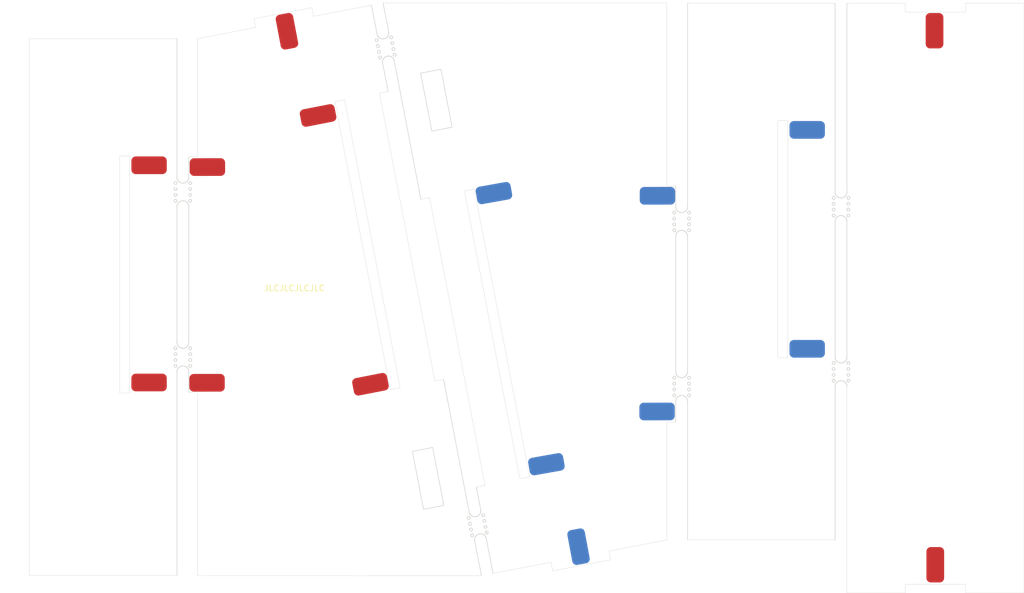
<source format=kicad_pcb>
(kicad_pcb (version 20221018) (generator pcbnew)
  (layers (0 "F.Cu" signal) (31 "B.Cu" signal) (34 "B.Paste" user) (35 "F.Paste" user) (36 "B.SilkS" user "B.Silkscreen") (37 "F.SilkS" user "F.Silkscreen") (38 "B.Mask" user) (39 "F.Mask" user) (44 "Edge.Cuts" user))
  (net 0 "")
  (footprint "custom_kicad_lib_sk:mousebite" (layer "F.Cu") (at 98.604945 107.360107 90)
    (fp_text reference "REF**" hide)
    (fp_text value "mousebite")
    (fp_arc (start -2 -1) (mid -1 0) (end -2 1) (stroke (width 0.12)) (layer "Edge.Cuts"))
    (fp_arc (start 3 1) (mid 2 0) (end 3 -1) (stroke (width 0.12)) (layer "Edge.Cuts"))
    (fp_circle (center -1 -1.25) (end -0.75 -1.25) (stroke (width 0.12)) (fill none) (layer "Edge.Cuts"))
    (fp_circle (center -1 1.25) (end -0.75 1.25) (stroke (width 0.12)) (fill none) (layer "Edge.Cuts"))
    (fp_circle (center 0 -1.25) (end 0.25 -1.25) (stroke (width 0.12)) (fill none) (layer "Edge.Cuts"))
    (fp_circle (center 0 1.25) (end 0.25 1.25) (stroke (width 0.12)) (fill none) (layer "Edge.Cuts"))
    (fp_circle (center 1 -1.25) (end 1.25 -1.25) (stroke (width 0.12)) (fill none) (layer "Edge.Cuts"))
    (fp_circle (center 1 1.25) (end 1.25 1.25) (stroke (width 0.12)) (fill none) (layer "Edge.Cuts"))
    (fp_circle (center 2 -1.25) (end 2.25 -1.25) (stroke (width 0.12)) (fill none) (layer "Edge.Cuts"))
    (fp_circle (center 2 1.25) (end 2.25 1.25) (stroke (width 0.12)) (fill none) (layer "Edge.Cuts"))
  )
  (footprint "" (layer "F.Cu") (at 225.946945 51.519107 90)
    (fp_text reference "" (at 0 0 90) (layer "F.SilkS") (effects (font (size 1.27 1.27))))
    (fp_text value "" (at 0 0 90) (layer "F.SilkS") (effects (font (size 1.27 1.27))))
    (pad "1" smd roundrect (at 0 0 270) (size 6 3) (layers "F.Cu" "F.Paste" "F.Mask"))
  )
  (footprint "custom_kicad_lib_sk:mousebite" (layer "F.Cu") (at 210.104945 109.860107 90)
    (fp_text reference "REF**" hide)
    (fp_text value "mousebite")
    (fp_arc (start -2 -1) (mid -1 0) (end -2 1) (stroke (width 0.12)) (layer "Edge.Cuts"))
    (fp_arc (start 3 1) (mid 2 0) (end 3 -1) (stroke (width 0.12)) (layer "Edge.Cuts"))
    (fp_circle (center -1 -1.25) (end -0.75 -1.25) (stroke (width 0.12)) (fill none) (layer "Edge.Cuts"))
    (fp_circle (center -1 1.25) (end -0.75 1.25) (stroke (width 0.12)) (fill none) (layer "Edge.Cuts"))
    (fp_circle (center 0 -1.25) (end 0.25 -1.25) (stroke (width 0.12)) (fill none) (layer "Edge.Cuts"))
    (fp_circle (center 0 1.25) (end 0.25 1.25) (stroke (width 0.12)) (fill none) (layer "Edge.Cuts"))
    (fp_circle (center 1 -1.25) (end 1.25 -1.25) (stroke (width 0.12)) (fill none) (layer "Edge.Cuts"))
    (fp_circle (center 1 1.25) (end 1.25 1.25) (stroke (width 0.12)) (fill none) (layer "Edge.Cuts"))
    (fp_circle (center 2 -1.25) (end 2.25 -1.25) (stroke (width 0.12)) (fill none) (layer "Edge.Cuts"))
    (fp_circle (center 2 1.25) (end 2.25 1.25) (stroke (width 0.12)) (fill none) (layer "Edge.Cuts"))
  )
  (footprint "MountingHole:MountingHole_3.2mm_M3" (layer "F.Cu") (at 188.604945 51.360107 180)
    (fp_text reference "REF**" hide)
    (fp_text value "MountingHole_3.2mm_M3")
    (pad "" np_thru_hole circle (at 0 0 180) (size 3.2 3.2) (drill 3.2) (layers "F&B.Cu" "*.Mask"))
  )
  (footprint "" (layer "F.Cu") (at 160.193184 125.021972 10.1)
    (fp_text reference "" (at -2.032 0.635 10.1) (layer "F.SilkS") (effects (font (size 1.27 1.27))))
    (fp_text value "" (at -2.032 0.635 10.1) (layer "F.SilkS") (effects (font (size 1.27 1.27))))
    (pad "1" smd roundrect (at 0 0 190.1) (size 6 3) (layers "B.Cu" "B.Paste" "B.Mask"))
  )
  (footprint "custom_kicad_lib_sk:mousebite" (layer "F.Cu") (at 210.104945 81.860107 90)
    (fp_text reference "REF**" hide)
    (fp_text value "mousebite")
    (fp_arc (start -2 -1) (mid -1 0) (end -2 1) (stroke (width 0.12)) (layer "Edge.Cuts"))
    (fp_arc (start 3 1) (mid 2 0) (end 3 -1) (stroke (width 0.12)) (layer "Edge.Cuts"))
    (fp_circle (center -1 -1.25) (end -0.75 -1.25) (stroke (width 0.12)) (fill none) (layer "Edge.Cuts"))
    (fp_circle (center -1 1.25) (end -0.75 1.25) (stroke (width 0.12)) (fill none) (layer "Edge.Cuts"))
    (fp_circle (center 0 -1.25) (end 0.25 -1.25) (stroke (width 0.12)) (fill none) (layer "Edge.Cuts"))
    (fp_circle (center 0 1.25) (end 0.25 1.25) (stroke (width 0.12)) (fill none) (layer "Edge.Cuts"))
    (fp_circle (center 1 -1.25) (end 1.25 -1.25) (stroke (width 0.12)) (fill none) (layer "Edge.Cuts"))
    (fp_circle (center 1 1.25) (end 1.25 1.25) (stroke (width 0.12)) (fill none) (layer "Edge.Cuts"))
    (fp_circle (center 2 -1.25) (end 2.25 -1.25) (stroke (width 0.12)) (fill none) (layer "Edge.Cuts"))
    (fp_circle (center 2 1.25) (end 2.25 1.25) (stroke (width 0.12)) (fill none) (layer "Edge.Cuts"))
  )
  (footprint "MountingHole:MountingHole_3.2mm_M3" (layer "F.Cu") (at 77.104945 139.360107 180)
    (fp_text reference "REF**" hide)
    (fp_text value "MountingHole_3.2mm_M3")
    (pad "" np_thru_hole circle (at 0 0 180) (size 3.2 3.2) (drill 3.2) (layers "F&B.Cu" "*.Mask"))
  )
  (footprint "custom_kicad_lib_sk:01_solderpad_2.54" (layer "F.Cu") (at 92.876945 74.336107 180)
    (fp_text reference "REF**" hide)
    (fp_text value "01_solderpad_2.54")
    (pad "1" smd roundrect (at 0 0 180) (size 6 3) (layers "F.Cu" "F.Paste" "F.Mask"))
  )
  (footprint "custom_kicad_lib_sk:mousebite" (layer "F.Cu") (at 148.651462 135.866396 100.9)
    (fp_text reference "REF**" hide)
    (fp_text value "mousebite")
    (fp_arc (start -2 -1) (mid -1 0) (end -2 1) (stroke (width 0.12)) (layer "Edge.Cuts"))
    (fp_arc (start 3 1) (mid 2 -0.000001) (end 3 -1) (stroke (width 0.12)) (layer "Edge.Cuts"))
    (fp_circle (center -1 -1.25) (end -0.75 -1.25) (stroke (width 0.12)) (fill none) (layer "Edge.Cuts"))
    (fp_circle (center -1 1.25) (end -0.75 1.25) (stroke (width 0.12)) (fill none) (layer "Edge.Cuts"))
    (fp_circle (center 0 -1.25) (end 0.25 -1.25) (stroke (width 0.12)) (fill none) (layer "Edge.Cuts"))
    (fp_circle (center 0 1.25) (end 0.25 1.25) (stroke (width 0.12)) (fill none) (layer "Edge.Cuts"))
    (fp_circle (center 1 -1.25) (end 1.25 -1.25) (stroke (width 0.12)) (fill none) (layer "Edge.Cuts"))
    (fp_circle (center 1 1.25) (end 1.25 1.25) (stroke (width 0.12)) (fill none) (layer "Edge.Cuts"))
    (fp_circle (center 2 -1.25) (end 2.25 -1.25) (stroke (width 0.12)) (fill none) (layer "Edge.Cuts"))
    (fp_circle (center 2 1.25) (end 2.25 1.25) (stroke (width 0.12)) (fill none) (layer "Edge.Cuts"))
  )
  (footprint "custom_kicad_lib_sk:01_solderpad_2.54" (layer "F.Cu") (at 92.876945 111.166107 180)
    (fp_text reference "REF**" hide)
    (fp_text value "01_solderpad_2.54")
    (pad "1" smd roundrect (at 0 0 180) (size 6 3) (layers "F.Cu" "F.Paste" "F.Mask"))
  )
  (footprint "MountingHole:MountingHole_3.2mm_M3" (layer "F.Cu") (at 77.104945 57.360107 180)
    (fp_text reference "REF**" hide)
    (fp_text value "MountingHole_3.2mm_M3")
    (pad "" np_thru_hole circle (at 0 0 180) (size 3.2 3.2) (drill 3.2) (layers "F&B.Cu" "*.Mask"))
  )
  (footprint "custom_kicad_lib_sk:mousebite" (layer "F.Cu") (at 133.051088 54.854802 100.9)
    (fp_text reference "REF**" hide)
    (fp_text value "mousebite")
    (fp_arc (start -2 -1) (mid -1 0) (end -2 1) (stroke (width 0.12)) (layer "Edge.Cuts"))
    (fp_arc (start 3 1) (mid 2 -0.000001) (end 3 -1) (stroke (width 0.12)) (layer "Edge.Cuts"))
    (fp_circle (center -1 -1.25) (end -0.75 -1.25) (stroke (width 0.12)) (fill none) (layer "Edge.Cuts"))
    (fp_circle (center -1 1.25) (end -0.75 1.25) (stroke (width 0.12)) (fill none) (layer "Edge.Cuts"))
    (fp_circle (center 0 -1.25) (end 0.25 -1.25) (stroke (width 0.12)) (fill none) (layer "Edge.Cuts"))
    (fp_circle (center 0 1.25) (end 0.25 1.25) (stroke (width 0.12)) (fill none) (layer "Edge.Cuts"))
    (fp_circle (center 1 -1.25) (end 1.25 -1.25) (stroke (width 0.12)) (fill none) (layer "Edge.Cuts"))
    (fp_circle (center 1 1.25) (end 1.25 1.25) (stroke (width 0.12)) (fill none) (layer "Edge.Cuts"))
    (fp_circle (center 2 -1.25) (end 2.25 -1.25) (stroke (width 0.12)) (fill none) (layer "Edge.Cuts"))
    (fp_circle (center 2 1.25) (end 2.25 1.25) (stroke (width 0.12)) (fill none) (layer "Edge.Cuts"))
  )
  (footprint "custom_kicad_lib_sk:mousebite" (layer "F.Cu") (at 98.604945 79.360107 90)
    (fp_text reference "REF**" hide)
    (fp_text value "mousebite")
    (fp_arc (start -2 -1) (mid -1 0) (end -2 1) (stroke (width 0.12)) (layer "Edge.Cuts"))
    (fp_arc (start 3 1) (mid 2 0) (end 3 -1) (stroke (width 0.12)) (layer "Edge.Cuts"))
    (fp_circle (center -1 -1.25) (end -0.75 -1.25) (stroke (width 0.12)) (fill none) (layer "Edge.Cuts"))
    (fp_circle (center -1 1.25) (end -0.75 1.25) (stroke (width 0.12)) (fill none) (layer "Edge.Cuts"))
    (fp_circle (center 0 -1.25) (end 0.25 -1.25) (stroke (width 0.12)) (fill none) (layer "Edge.Cuts"))
    (fp_circle (center 0 1.25) (end 0.25 1.25) (stroke (width 0.12)) (fill none) (layer "Edge.Cuts"))
    (fp_circle (center 1 -1.25) (end 1.25 -1.25) (stroke (width 0.12)) (fill none) (layer "Edge.Cuts"))
    (fp_circle (center 1 1.25) (end 1.25 1.25) (stroke (width 0.12)) (fill none) (layer "Edge.Cuts"))
    (fp_circle (center 2 -1.25) (end 2.25 -1.25) (stroke (width 0.12)) (fill none) (layer "Edge.Cuts"))
    (fp_circle (center 2 1.25) (end 2.25 1.25) (stroke (width 0.12)) (fill none) (layer "Edge.Cuts"))
  )
  (footprint "custom_kicad_lib_sk:mousebite" (layer "F.Cu") (at 183.104945 84.360107 90)
    (fp_text reference "REF**" hide)
    (fp_text value "mousebite")
    (fp_arc (start -2 -1) (mid -1 0) (end -2 1) (stroke (width 0.12)) (layer "Edge.Cuts"))
    (fp_arc (start 3 1) (mid 2 0) (end 3 -1) (stroke (width 0.12)) (layer "Edge.Cuts"))
    (fp_circle (center -1 -1.25) (end -0.75 -1.25) (stroke (width 0.12)) (fill none) (layer "Edge.Cuts"))
    (fp_circle (center -1 1.25) (end -0.75 1.25) (stroke (width 0.12)) (fill none) (layer "Edge.Cuts"))
    (fp_circle (center 0 -1.25) (end 0.25 -1.25) (stroke (width 0.12)) (fill none) (layer "Edge.Cuts"))
    (fp_circle (center 0 1.25) (end 0.25 1.25) (stroke (width 0.12)) (fill none) (layer "Edge.Cuts"))
    (fp_circle (center 1 -1.25) (end 1.25 -1.25) (stroke (width 0.12)) (fill none) (layer "Edge.Cuts"))
    (fp_circle (center 1 1.25) (end 1.25 1.25) (stroke (width 0.12)) (fill none) (layer "Edge.Cuts"))
    (fp_circle (center 2 -1.25) (end 2.25 -1.25) (stroke (width 0.12)) (fill none) (layer "Edge.Cuts"))
    (fp_circle (center 2 1.25) (end 2.25 1.25) (stroke (width 0.12)) (fill none) (layer "Edge.Cuts"))
  )
  (footprint "custom_kicad_lib_sk:mousebite" (layer "F.Cu") (at 183.104945 112.360107 90)
    (fp_text reference "REF**" hide)
    (fp_text value "mousebite")
    (fp_arc (start -2 -1) (mid -1 0) (end -2 1) (stroke (width 0.12)) (layer "Edge.Cuts"))
    (fp_arc (start 3 1) (mid 2 0) (end 3 -1) (stroke (width 0.12)) (layer "Edge.Cuts"))
    (fp_circle (center -1 -1.25) (end -0.75 -1.25) (stroke (width 0.12)) (fill none) (layer "Edge.Cuts"))
    (fp_circle (center -1 1.25) (end -0.75 1.25) (stroke (width 0.12)) (fill none) (layer "Edge.Cuts"))
    (fp_circle (center 0 -1.25) (end 0.25 -1.25) (stroke (width 0.12)) (fill none) (layer "Edge.Cuts"))
    (fp_circle (center 0 1.25) (end 0.25 1.25) (stroke (width 0.12)) (fill none) (layer "Edge.Cuts"))
    (fp_circle (center 1 -1.25) (end 1.25 -1.25) (stroke (width 0.12)) (fill none) (layer "Edge.Cuts"))
    (fp_circle (center 1 1.25) (end 1.25 1.25) (stroke (width 0.12)) (fill none) (layer "Edge.Cuts"))
    (fp_circle (center 2 -1.25) (end 2.25 -1.25) (stroke (width 0.12)) (fill none) (layer "Edge.Cuts"))
    (fp_circle (center 2 1.25) (end 2.25 1.25) (stroke (width 0.12)) (fill none) (layer "Edge.Cuts"))
  )
  (footprint "" (layer "F.Cu") (at 102.761232 74.63778 -179.9)
    (fp_text reference "" (at 0 0 0.1) (layer "F.SilkS") (effects (font (size 1.27 1.27))))
    (fp_text value "" (at 0 0 0.1) (layer "F.SilkS") (effects (font (size 1.27 1.27))))
    (pad "1" smd roundrect (at 0 0 0.1) (size 6 3) (layers "F.Cu" "F.Paste" "F.Mask"))
  )
  (footprint "MountingHole:MountingHole_3.2mm_M3" (layer "F.Cu") (at 188.604945 133.360107 180)
    (fp_text reference "REF**" hide)
    (fp_text value "MountingHole_3.2mm_M3")
    (pad "" np_thru_hole circle (at 0 0 180) (size 3.2 3.2) (drill 3.2) (layers "F&B.Cu" "*.Mask"))
  )
  (footprint "" (layer "F.Cu") (at 102.698068 111.213945 -179.9)
    (fp_text reference "" (at 0 0 0.1) (layer "F.SilkS") (effects (font (size 1.27 1.27))))
    (fp_text value "" (at 0 0 0.1) (layer "F.SilkS") (effects (font (size 1.27 1.27))))
    (pad "1" smd roundrect (at 0 0 0.1) (size 6 3) (layers "F.Cu" "F.Paste" "F.Mask"))
  )
  (footprint "" (layer "F.Cu") (at 226.073945 142.070107 90)
    (fp_text reference "" (at 0 0 90) (layer "F.SilkS") (effects (font (size 1.27 1.27))))
    (fp_text value "" (at 0 0 90) (layer "F.SilkS") (effects (font (size 1.27 1.27))))
    (pad "1" smd roundrect (at 0 0 270) (size 6 3) (layers "F.Cu" "F.Paste" "F.Mask"))
  )
  (footprint "" (layer "F.Cu") (at 151.303184 79.047971 10.1)
    (fp_text reference "" (at -2.032 0.635 10.1) (layer "F.SilkS") (effects (font (size 1.27 1.27))))
    (fp_text value "" (at -2.032 0.635 10.1) (layer "F.SilkS") (effects (font (size 1.27 1.27))))
    (pad "1" smd roundrect (at 0 0 190.1) (size 6 3) (layers "B.Cu" "B.Paste" "B.Mask"))
  )
  (footprint "" (layer "B.Cu") (at 116.235713 51.613028 -79.2)
    (fp_text reference "" (at -2.032 -0.635 100.8) (layer "B.SilkS") (effects (font (size 1.27 1.27)) (justify mirror)))
    (fp_text value "" (at -2.032 -0.635 100.8) (layer "B.SilkS") (effects (font (size 1.27 1.27)) (justify mirror)))
    (pad "1" smd roundrect (at 0 0 100.8) (size 6 3) (layers "F.Cu" "F.Paste" "F.Mask"))
  )
  (footprint "custom_kicad_lib_sk:01_solderpad_2.54" (layer "B.Cu") (at 165.638309 139.007667 100.6)
    (fp_text reference "REF**" hide)
    (fp_text value "01_solderpad_2.54")
    (pad "1" smd roundrect (at 0 0 100.6) (size 6 3) (layers "B.Cu" "B.Paste" "B.Mask"))
  )
  (footprint "" (layer "B.Cu") (at 178.941318 116.083416 -179.9)
    (fp_text reference "" (at 0 0 0.1) (layer "B.SilkS") (effects (font (size 1.27 1.27)) (justify mirror)))
    (fp_text value "" (at 0 0 0.1) (layer "B.SilkS") (effects (font (size 1.27 1.27)) (justify mirror)))
    (pad "1" smd roundrect (at 0 0 0.1) (size 6 3) (layers "B.Cu" "B.Paste" "B.Mask"))
  )
  (footprint "" (layer "B.Cu") (at 130.386798 111.467125 11.1)
    (fp_text reference "" (at -2.032 -0.635 11.1) (layer "B.SilkS") (effects (font (size 1.27 1.27)) (justify mirror)))
    (fp_text value "" (at -2.032 -0.635 11.1) (layer "B.SilkS") (effects (font (size 1.27 1.27)) (justify mirror)))
    (pad "1" smd roundrect (at 0 0 191.1) (size 6 3) (layers "F.Cu" "F.Paste" "F.Mask"))
  )
  (footprint "" (layer "B.Cu") (at 121.509697 65.889549 11.1)
    (fp_text reference "" (at -2.032 -0.635 11.1) (layer "B.SilkS") (effects (font (size 1.27 1.27)) (justify mirror)))
    (fp_text value "" (at -2.032 -0.635 11.1) (layer "B.SilkS") (effects (font (size 1.27 1.27)) (justify mirror)))
    (pad "1" smd roundrect (at 0 0 191.1) (size 6 3) (layers "F.Cu" "F.Paste" "F.Mask"))
  )
  (footprint "custom_kicad_lib_sk:01_solderpad_2.54" (layer "B.Cu") (at 204.372945 68.336107 180)
    (fp_text reference "REF**" hide)
    (fp_text value "01_solderpad_2.54")
    (pad "1" smd roundrect (at 0 0 180) (size 6 3) (layers "B.Cu" "B.Paste" "B.Mask"))
  )
  (footprint "" (layer "B.Cu") (at 179.004482 79.50725 -179.9)
    (fp_text reference "" (at 0 0 0.1) (layer "B.SilkS") (effects (font (size 1.27 1.27)) (justify mirror)))
    (fp_text value "" (at 0 0 0.1) (layer "B.SilkS") (effects (font (size 1.27 1.27)) (justify mirror)))
    (pad "1" smd roundrect (at 0 0 0.1) (size 6 3) (layers "B.Cu" "B.Paste" "B.Mask"))
  )
  (footprint "custom_kicad_lib_sk:01_solderpad_2.54" (layer "B.Cu") (at 204.372945 105.452857 180)
    (fp_text reference "REF**" hide)
    (fp_text value "01_solderpad_2.54")
    (pad "1" smd roundrect (at 0 0 180) (size 6 3) (layers "B.Cu" "B.Paste" "B.Mask"))
  )
  (gr_line (start 101.097605 52.861088) (end 101.097605 72.86109) (stroke (width 0.05)) (layer "Edge.Cuts"))
  (gr_line (start 99.604945 104.360107) (end 99.604945 81.360107) (stroke (width 0.1)) (layer "Edge.Cuts"))
  (gr_poly (pts (xy 135.407243 112.040975) (xy 133.737914 112.362435) (xy 124.339867 63.559086) (xy 126.009198 63.237624)) (stroke (width 0.05)) (fill none) (layer "Edge.Cuts"))
  (gr_line (start 211.104945 106.860107) (end 211.104945 83.860107) (stroke (width 0.1)) (layer "Edge.Cuts"))
  (gr_line (start 97.604945 109.360107) (end 97.604945 143.860107) (stroke (width 0.1)) (layer "Edge.Cuts"))
  (gr_line (start 184.104945 114.360107) (end 184.104945 137.860107) (stroke (width 0.1)) (layer "Edge.Cuts"))
  (gr_line (start 221.004945 48.360107) (end 231.204945 48.360107) (stroke (width 0.05)) (layer "Edge.Cuts"))
  (gr_line (start 160.965771 141.642015) (end 161.249413 143.114952) (stroke (width 0.05)) (layer "Edge.Cuts"))
  (gr_line (start 182.104945 86.360107) (end 182.104945 109.360107) (stroke (width 0.1)) (layer "Edge.Cuts"))
  (gr_line (start 120.453137 47.606244) (end 110.633549 49.497196) (stroke (width 0.05)) (layer "Edge.Cuts"))
  (gr_line (start 101.097605 72.86109) (end 99.597603 72.861091) (stroke (width 0.05)) (layer "Edge.Cuts"))
  (gr_line (start 231.204945 48.360107) (end 231.204945 46.860107) (stroke (width 0.05)) (layer "Edge.Cuts"))
  (gr_poly (pts (xy 146.295307 78.680219) (xy 147.964637 78.358759) (xy 157.362682 127.162108) (xy 155.693352 127.483572)) (stroke (width 0.05)) (fill none) (layer "Edge.Cuts"))
  (gr_line (start 148.328663 128.901787) (end 149.801599 128.618142) (stroke (width 0.05)) (layer "Edge.Cuts"))
  (gr_line (start 110.633549 49.497196) (end 110.91719 50.970137) (stroke (width 0.05)) (layer "Edge.Cuts"))
  (gr_line (start 131.900951 62.103054) (end 141.298993 110.906403) (stroke (width 0.05)) (layer "Edge.Cuts"))
  (gr_line (start 97.604945 76.360107) (end 97.604945 52.860107) (stroke (width 0.1)) (layer "Edge.Cuts"))
  (gr_line (start 241.104945 68.260107) (end 241.104945 46.860107) (stroke (width 0.05)) (layer "Edge.Cuts"))
  (gr_line (start 231.204945 46.860107) (end 241.104945 46.860107) (stroke (width 0.05)) (layer "Edge.Cuts"))
  (gr_line (start 221.004945 146.860107) (end 211.104945 146.860107) (stroke (width 0.05)) (layer "Edge.Cuts"))
  (gr_line (start 134.411238 56.629624) (end 138.930619 80.098436) (stroke (width 0.1)) (layer "Edge.Cuts"))
  (gr_line (start 184.104945 86.360107) (end 184.104945 109.360107) (stroke (width 0.1)) (layer "Edge.Cuts"))
  (gr_line (start 99.597602 112.86109) (end 99.604945 109.360107) (stroke (width 0.1)) (layer "Edge.Cuts"))
  (gr_line (start 149.182267 143.911161) (end 148.047695 138.019409) (stroke (width 0.1)) (layer "Edge.Cuts"))
  (gr_line (start 141.298993 110.906403) (end 142.771931 110.62276) (stroke (width 0.05)) (layer "Edge.Cuts"))
  (gr_line (start 231.204945 146.860107) (end 231.204945 145.360107) (stroke (width 0.05)) (layer "Edge.Cuts"))
  (gr_line (start 151.146184 143.53297) (end 150.011612 137.641218) (stroke (width 0.1)) (layer "Edge.Cuts"))
  (gr_line (start 97.604945 81.360107) (end 97.604945 104.360107) (stroke (width 0.1)) (layer "Edge.Cuts"))
  (gr_line (start 140.403557 79.814793) (end 138.930619 80.098436) (stroke (width 0.05)) (layer "Edge.Cuts"))
  (gr_line (start 211.104945 78.860107) (end 211.104945 46.860107) (stroke (width 0.1)) (layer "Edge.Cuts"))
  (gr_line (start 184.104945 81.360107) (end 184.104945 46.860107) (stroke (width 0.1)) (layer "Edge.Cuts"))
  (gr_line (start 149.801599 128.618142) (end 140.403557 79.814793) (stroke (width 0.05)) (layer "Edge.Cuts"))
  (gr_line (start 171.069 141.224) (end 170.78536 139.751059) (stroke (width 0.05)) (layer "Edge.Cuts"))
  (gr_line (start 231.204945 146.860107) (end 241.104945 146.860107) (stroke (width 0.05)) (layer "Edge.Cuts"))
  (gr_line (start 149.066135 132.731424) (end 148.328663 128.901787) (stroke (width 0.1)) (layer "Edge.Cuts"))
  (gr_line (start 182.104948 77.860106) (end 180.604945 77.860104) (stroke (width 0.05)) (layer "Edge.Cuts"))
  (gr_line (start 132.520283 46.810034) (end 133.46576 51.719831) (stroke (width 0.1)) (layer "Edge.Cuts"))
  (gr_line (start 149.182267 143.911161) (end 101.097607 143.90109) (stroke (width 0.05)) (layer "Edge.Cuts"))
  (gr_line (start 180.604945 77.860104) (end 180.604943 46.820105) (stroke (width 0.05)) (layer "Edge.Cuts"))
  (gr_line (start 99.597602 112.86109) (end 101.097605 112.86109) (stroke (width 0.05)) (layer "Edge.Cuts"))
  (gr_rect (start 87.904945 72.760107) (end 89.604945 112.960107) (stroke (width 0.05)) (fill none) (layer "Edge.Cuts"))
  (gr_line (start 241.104945 146.860107) (end 241.104945 125.460107) (stroke (width 0.05)) (layer "Edge.Cuts"))
  (gr_poly (pts (xy 142.815104 132.000271) (xy 139.378245 132.662109) (xy 137.487294 122.84252) (xy 140.924148 122.180685)) (stroke (width 0.1)) (fill none) (layer "Edge.Cuts"))
  (gr_line (start 209.104945 46.860107) (end 209.104945 78.860107) (stroke (width 0.1)) (layer "Edge.Cuts"))
  (gr_line (start 209.104945 83.860107) (end 209.104945 106.860107) (stroke (width 0.1)) (layer "Edge.Cuts"))
  (gr_line (start 221.004945 46.860107) (end 211.104945 46.860107) (stroke (width 0.05)) (layer "Edge.Cuts"))
  (gr_line (start 241.104945 125.460107) (end 241.104945 68.260107) (stroke (width 0.05)) (layer "Edge.Cuts"))
  (gr_line (start 147.102217 133.109616) (end 142.771931 110.62276) (stroke (width 0.1)) (layer "Edge.Cuts"))
  (gr_rect (start 199.404945 66.760107) (end 201.104945 106.960107) (stroke (width 0.05)) (fill none) (layer "Edge.Cuts"))
  (gr_line (start 72.604945 143.860107) (end 72.604945 52.860107) (stroke (width 0.05)) (layer "Edge.Cuts"))
  (gr_line (start 97.604945 52.860107) (end 72.604945 52.860107) (stroke (width 0.05)) (layer "Edge.Cuts"))
  (gr_line (start 161.249413 143.114952) (end 171.069 141.224) (stroke (width 0.05)) (layer "Edge.Cuts"))
  (gr_line (start 101.097605 112.86109) (end 101.097607 143.90109) (stroke (width 0.05)) (layer "Edge.Cuts"))
  (gr_line (start 110.91719 50.970137) (end 101.097605 52.861088) (stroke (width 0.05)) (layer "Edge.Cuts"))
  (gr_line (start 170.78536 139.751059) (end 180.604945 137.860107) (stroke (width 0.05)) (layer "Edge.Cuts"))
  (gr_line (start 132.44732 57.007815) (end 133.373887 61.819408) (stroke (width 0.1)) (layer "Edge.Cuts"))
  (gr_line (start 99.604945 76.360107) (end 99.597603 72.861091) (stroke (width 0.1)) (layer "Edge.Cuts"))
  (gr_line (start 151.146184 143.53297) (end 160.965771 141.642015) (stroke (width 0.05)) (layer "Edge.Cuts"))
  (gr_line (start 184.104945 137.860107) (end 209.104945 137.860107) (stroke (width 0.05)) (layer "Edge.Cuts"))
  (gr_line (start 182.104945 114.360107) (end 182.104947 117.860105) (stroke (width 0.1)) (layer "Edge.Cuts"))
  (gr_line (start 130.556364 47.188228) (end 120.73678 49.079182) (stroke (width 0.05)) (layer "Edge.Cuts"))
  (gr_line (start 120.73678 49.079182) (end 120.453137 47.606244) (stroke (width 0.05)) (layer "Edge.Cuts"))
  (gr_line (start 209.104945 46.860107) (end 184.104945 46.860107) (stroke (width 0.05)) (layer "Edge.Cuts"))
  (gr_line (start 180.604945 117.860106) (end 182.104947 117.860105) (stroke (width 0.05)) (layer "Edge.Cuts"))
  (gr_poly (pts (xy 138.887446 58.720923) (xy 142.324305 58.059087) (xy 144.215257 67.878675) (xy 140.778402 68.540511)) (stroke (width 0.1)) (fill none) (layer "Edge.Cuts"))
  (gr_line (start 131.501843 52.098021) (end 130.556364 47.188228) (stroke (width 0.1)) (layer "Edge.Cuts"))
  (gr_line (start 221.004945 46.860107) (end 221.004945 48.360107) (stroke (width 0.05)) (layer "Edge.Cuts"))
  (gr_line (start 132.520283 46.810034) (end 180.604943 46.820105) (stroke (width 0.05)) (layer "Edge.Cuts"))
  (gr_line (start 133.373887 61.819408) (end 131.900951 62.103054) (stroke (width 0.05)) (layer "Edge.Cuts"))
  (gr_line (start 182.104948 77.860106) (end 182.104945 81.360107) (stroke (width 0.1)) (layer "Edge.Cuts"))
  (gr_line (start 72.604945 143.860107) (end 97.604945 143.860107) (stroke (width 0.05)) (layer "Edge.Cuts"))
  (gr_line (start 221.004945 145.360107) (end 221.004945 146.860107) (stroke (width 0.05)) (layer "Edge.Cuts"))
  (gr_line (start 211.104945 111.860107) (end 211.104945 146.860107) (stroke (width 0.05)) (layer "Edge.Cuts"))
  (gr_line (start 180.604945 137.860107) (end 180.604945 117.860106) (stroke (width 0.05)) (layer "Edge.Cuts"))
  (gr_line (start 231.204945 145.360107) (end 221.004945 145.360107) (stroke (width 0.05)) (layer "Edge.Cuts"))
  (gr_line (start 209.104945 111.860107) (end 209.104945 137.860107) (stroke (width 0.1)) (layer "Edge.Cuts"))
  (gr_text "JLCJLCJLCJLC" (at 112.268 95.758) (layer "F.SilkS") (effects (font (size 1 1)) (justify left bottom)))
)
</source>
